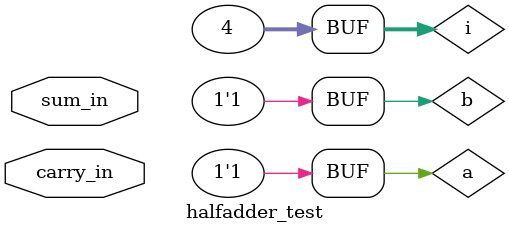
<source format=v>
`include "halfadder.v"

module halfadder_test(sum_in, carry_in);

input sum_in, carry_in;
reg a, b;

integer i;
initial begin
    $display("a b S C");
    $monitor("%0d %0d %0d %0d", a, b, sum_in, carry_in);
    for(i = 0;i < 4;i=i+1) begin
        {a,b} = i;
        #10;
    end
end

halfadder derp(a,b,sum_in,carry_in);

endmodule

</source>
